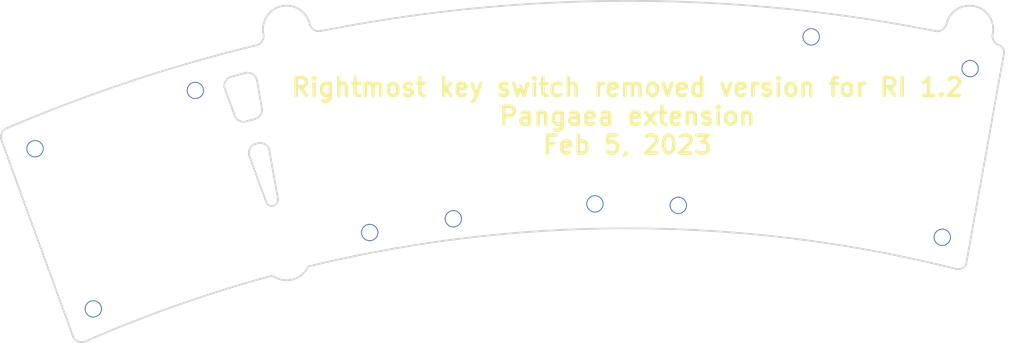
<source format=kicad_pcb>
(kicad_pcb (version 20221018) (generator pcbnew)
  (title_block (rev "1") (company "@e3w2q"))
  (layers (0 "F.Cu" signal) (31 "B.Cu" signal) (34 "B.Paste" user) (35 "F.Paste" user) (36 "B.SilkS" user "B.Silkscreen") (37 "F.SilkS" user "F.Silkscreen") (38 "B.Mask" user) (39 "F.Mask" user) (44 "Edge.Cuts" user))
  (net 0 "")
  (footprint "#footprint:M2_Hole" (layer "F.Cu") (at 73.798901 43.368918)
    (fp_text reference "H10" hide)
    (fp_text value "MountingHole" hide)
    (pad "" np_thru_hole circle (at 0 0) (size 1.95 1.95) (drill 1.95) (layers "F&B.Cu" "*.Mask"))
  )
  (footprint "" (layer "F.Cu") (at 66.155679 48.492452)
    (fp_text reference "" (at 0 0) (layer "F.SilkS") (effects (font (size 1.27 1.27))))
    (fp_text value "" (at 0 0) (layer "F.SilkS") (effects (font (size 1.27 1.27))))
    (pad "" thru_hole circle (at 0 0) (size 1.43 1.43) (drill 1.28) (layers "F&B.Cu" "*.Mask"))
  )
  (footprint "#footprint:M2_Hole" (layer "F.Cu") (at 73.798896 62.418918)
    (fp_text reference "H9" hide)
    (fp_text value "MountingHole" hide)
    (pad "" np_thru_hole circle (at 0 0) (size 1.95 1.95) (drill 1.95) (layers "F&B.Cu" "*.Mask"))
  )
  (footprint "#footprint:M2_Hole" (layer "F.Cu") (at 130.948898 43.368909)
    (fp_text reference "H7" hide)
    (fp_text value "MountingHole" hide)
    (pad "" np_thru_hole circle (at 0 0) (size 1.95 1.95) (drill 1.95) (layers "F&B.Cu" "*.Mask"))
  )
  (footprint "" (layer "F.Cu") (at 52.739484 53.375323)
    (fp_text reference "" (at 0 0) (layer "F.SilkS") (effects (font (size 1.27 1.27))))
    (fp_text value "" (at 0 0) (layer "F.SilkS") (effects (font (size 1.27 1.27))))
    (pad "" thru_hole circle (at 0 0) (size 1.43 1.43) (drill 1.28) (layers "F&B.Cu" "*.Mask"))
  )
  (footprint "" (layer "F.Cu") (at 117.7 43.83)
    (fp_text reference "" (at 0 0) (layer "F.SilkS") (effects (font (size 1.27 1.27))))
    (fp_text value "" (at 0 0) (layer "F.SilkS") (effects (font (size 1.27 1.27))))
    (pad "" thru_hole circle (at 0 0.17) (size 1.43 1.43) (drill 1.28) (layers "F&B.Cu" "*.Mask"))
  )
  (footprint "" (layer "F.Cu") (at 57.61693 66.803351)
    (fp_text reference "" (at 0 0) (layer "F.SilkS") (effects (font (size 1.27 1.27))))
    (fp_text value "" (at 0 0) (layer "F.SilkS") (effects (font (size 1.27 1.27))))
    (pad "" thru_hole circle (at 0 0) (size 1.43 1.43) (drill 1.28) (layers "F&B.Cu" "*.Mask"))
    (pad "" thru_hole circle (at 23.13307 -6.403351) (size 1.43 1.43) (drill 1.28) (layers "F&B.Cu" "*.Mask"))
    (pad "" thru_hole circle (at 30.13307 -7.553351) (size 1.43 1.43) (drill 1.28) (layers "F&B.Cu" "*.Mask"))
    (pad "" thru_hole circle (at 41.98307 -8.803351) (size 1.43 1.43) (drill 1.28) (layers "F&B.Cu" "*.Mask"))
    (pad "" thru_hole circle (at 48.95807 -8.678351) (size 1.43 1.43) (drill 1.28) (layers "F&B.Cu" "*.Mask"))
  )
  (footprint "#footprint:M2_Hole" (layer "F.Cu") (at 111.898903 58.053288)
    (fp_text reference "H9" hide)
    (fp_text value "MountingHole" hide)
    (pad "" np_thru_hole circle (at 0 0) (size 1.95 1.95) (drill 1.95) (layers "F&B.Cu" "*.Mask"))
  )
  (footprint "" (layer "F.Cu") (at 129.03 61.29)
    (fp_text reference "" (at 0 0) (layer "F.SilkS") (effects (font (size 1.27 1.27))))
    (fp_text value "" (at 0 0) (layer "F.SilkS") (effects (font (size 1.27 1.27))))
    (pad "" thru_hole circle (at -0.36 -0.49) (size 1.43 1.43) (drill 1.28) (layers "F&B.Cu" "*.Mask"))
  )
  (footprint "#footprint:M2_Hole" (layer "F.Cu") (at 92.848904 58.05329)
    (fp_text reference "H9" hide)
    (fp_text value "MountingHole" hide)
    (pad "" np_thru_hole circle (at 0 0) (size 1.95 1.95) (drill 1.95) (layers "F&B.Cu" "*.Mask"))
  )
  (footprint "" (layer "F.Cu") (at 131.31 46.66)
    (fp_text reference "" (at 0 0) (layer "F.SilkS") (effects (font (size 1.27 1.27))))
    (fp_text value "" (at 0 0) (layer "F.SilkS") (effects (font (size 1.27 1.27))))
    (pad "" thru_hole circle (at -0.31 0) (size 1.43 1.43) (drill 1.28) (layers "F&B.Cu" "*.Mask"))
  )
  (gr_arc (start 70.65822 53.932202) (mid 70.737517 53.329889) (end 71.219488 52.96006) (stroke (width 0.15)) (layer "Edge.Cuts"))
  (gr_arc (start 70.333756 47.027146) (mid 70.936069 47.106442) (end 71.305897 47.588413) (stroke (width 0.15)) (layer "Edge.Cuts"))
  (gr_arc (start 76.638649 43.517281) (mid 102.373873 40.987375) (end 128.108818 43.520114) (stroke (width 0.15)) (layer "Edge.Cuts"))
  (gr_line (start 69.424448 50.525444) (end 68.613379 48.309871) (stroke (width 0.15)) (layer "Edge.Cuts"))
  (gr_arc (start 71.849601 43.730568) (mid 71.770305 44.33288) (end 71.288335 44.702708) (stroke (width 0.15)) (layer "Edge.Cuts"))
  (gr_arc (start 56.922246 69.538266) (mid 64.664268 66.48596) (end 72.60828 64.006413) (stroke (width 0.15)) (layer "Edge.Cuts"))
  (gr_line (start 71.305897 47.588413) (end 71.711277 49.912689) (stroke (width 0.15)) (layer "Edge.Cuts"))
  (gr_line (start 55.904888 69.063863) (end 49.934016 52.663368) (stroke (width 0.15)) (layer "Edge.Cuts"))
  (gr_line (start 71.219488 52.96006) (end 71.374035 52.918651) (stroke (width 0.15)) (layer "Edge.Cuts"))
  (gr_arc (start 68.613377 48.309874) (mid 68.692673 47.707559) (end 69.174644 47.337729) (stroke (width 0.15)) (layer "Edge.Cuts"))
  (gr_arc (start 75.602012 63.247495) (mid 102.645856 60.051439) (end 129.67 63.41) (stroke (width 0.15)) (layer "Edge.Cuts"))
  (gr_arc (start 70.396588 51.086712) (mid 69.794276 51.007415) (end 69.424448 50.525444) (stroke (width 0.15)) (layer "Edge.Cuts"))
  (gr_arc (start 130.670796 63.031994) (mid 130.249447 63.430285) (end 129.67 63.41) (stroke (width 0.15)) (layer "Edge.Cuts"))
  (gr_arc (start 76.638649 43.517281) (mid 76.045541 43.385792) (end 75.719126 42.873424) (stroke (width 0.15)) (layer "Edge.Cuts"))
  (gr_arc (start 56.922243 69.538266) (mid 56.315313 69.511766) (end 55.904888 69.063863) (stroke (width 0.15)) (layer "Edge.Cuts"))
  (gr_line (start 70.333756 47.027147) (end 69.174644 47.337729) (stroke (width 0.15)) (layer "Edge.Cuts"))
  (gr_line (start 73.068477 57.584055) (end 72.346177 53.479917) (stroke (width 0.15)) (layer "Edge.Cuts"))
  (gr_line (start 71.15001 50.884833) (end 70.396589 51.086709) (stroke (width 0.15)) (layer "Edge.Cuts"))
  (gr_line (start 72.073701 57.817304) (end 70.658221 53.932204) (stroke (width 0.15)) (layer "Edge.Cuts"))
  (gr_arc (start 49.934016 52.663368) (mid 49.958162 52.05534) (end 50.408415 51.646008) (stroke (width 0.15)) (layer "Edge.Cuts"))
  (gr_arc (start 133.459132 44.705541) (mid 132.977161 44.335708) (end 132.897866 43.733401) (stroke (width 0.15)) (layer "Edge.Cuts"))
  (gr_arc (start 75.602012 63.247497) (mid 74.286545 64.342527) (end 72.60828 64.006413) (stroke (width 0.15)) (layer "Edge.Cuts"))
  (gr_line (start 133.81 45.51) (end 130.670796 63.031994) (stroke (width 0.15)) (layer "Edge.Cuts"))
  (gr_arc (start 50.408418 51.64601) (mid 60.703683 47.739235) (end 71.288335 44.702708) (stroke (width 0.15)) (layer "Edge.Cuts"))
  (gr_arc (start 71.849601 43.730568) (mid 73.370428 41.433311) (end 75.719126 42.873424) (stroke (width 0.15)) (layer "Edge.Cuts"))
  (gr_arc (start 129.028341 42.876257) (mid 128.701919 43.388587) (end 128.108818 43.520114) (stroke (width 0.15)) (layer "Edge.Cuts"))
  (gr_arc (start 133.459132 44.705541) (mid 133.791277 45.03942) (end 133.81 45.51) (stroke (width 0.15)) (layer "Edge.Cuts"))
  (gr_arc (start 71.374035 52.918651) (mid 71.976348 52.997947) (end 72.346177 53.479917) (stroke (width 0.15)) (layer "Edge.Cuts"))
  (gr_arc (start 73.068477 57.584055) (mid 72.678405 58.158365) (end 72.073702 57.817304) (stroke (width 0.15)) (layer "Edge.Cuts"))
  (gr_arc (start 71.711278 49.912691) (mid 71.631981 50.515004) (end 71.15001 50.884833) (stroke (width 0.15)) (layer "Edge.Cuts"))
  (gr_arc (start 129.02834 42.876257) (mid 131.37764 41.43344) (end 132.897866 43.733401) (stroke (width 0.15)) (layer "Edge.Cuts"))
  (gr_text "Rightmost key switch removed version for RI 1.2\nPangaea extension\nFeb 5, 2023" (at 102.31 50.64) (layer "F.SilkS") (effects (font (size 1.5 1.5) (thickness 0.3))))
)
</source>
